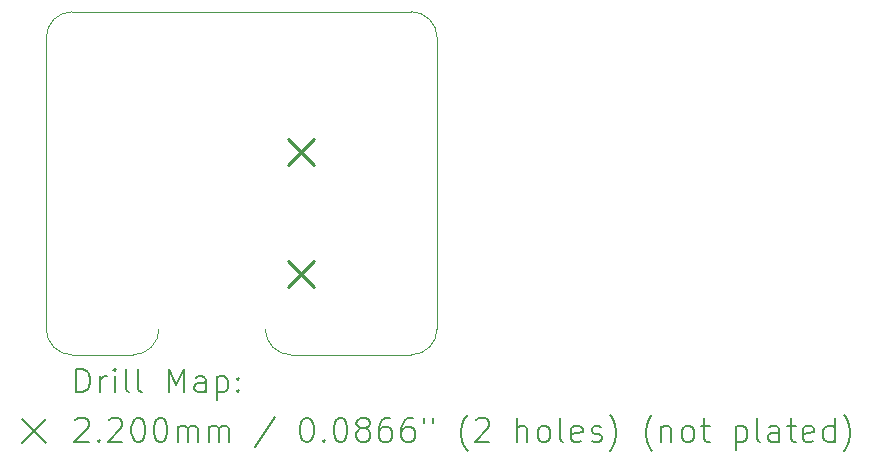
<source format=gbr>
%TF.GenerationSoftware,KiCad,Pcbnew,7.0.5*%
%TF.CreationDate,2024-03-22T16:24:40+08:00*%
%TF.ProjectId,wheel,77686565-6c2e-46b6-9963-61645f706362,rev?*%
%TF.SameCoordinates,Original*%
%TF.FileFunction,Drillmap*%
%TF.FilePolarity,Positive*%
%FSLAX45Y45*%
G04 Gerber Fmt 4.5, Leading zero omitted, Abs format (unit mm)*
G04 Created by KiCad (PCBNEW 7.0.5) date 2024-03-22 16:24:40*
%MOMM*%
%LPD*%
G01*
G04 APERTURE LIST*
%ADD10C,0.100000*%
%ADD11C,0.200000*%
%ADD12C,0.220000*%
G04 APERTURE END LIST*
D10*
X16957000Y-10489500D02*
X17972000Y-10489500D01*
X16737000Y-10269500D02*
G75*
G03*
X16957000Y-10489500I220000J0D01*
G01*
X15617000Y-10489500D02*
G75*
G03*
X15837000Y-10269500I0J220000D01*
G01*
X14882000Y-10269500D02*
G75*
G03*
X15102000Y-10489500I220000J0D01*
G01*
X17972000Y-10489500D02*
G75*
G03*
X18192000Y-10269500I0J220000D01*
G01*
X15102000Y-7584500D02*
X17972000Y-7584500D01*
X14882000Y-7804500D02*
X14882000Y-10269500D01*
X15102000Y-7584500D02*
G75*
G03*
X14882000Y-7804500I0J-220000D01*
G01*
X18192000Y-7804500D02*
X18192000Y-10269500D01*
X15102000Y-10489500D02*
X15617000Y-10489500D01*
X18192000Y-7804500D02*
G75*
G03*
X17972000Y-7584500I-220000J0D01*
G01*
D11*
D12*
X16929500Y-8662000D02*
X17149500Y-8882000D01*
X17149500Y-8662000D02*
X16929500Y-8882000D01*
X16929500Y-9697000D02*
X17149500Y-9917000D01*
X17149500Y-9697000D02*
X16929500Y-9917000D01*
D11*
X15137777Y-10805984D02*
X15137777Y-10605984D01*
X15137777Y-10605984D02*
X15185396Y-10605984D01*
X15185396Y-10605984D02*
X15213967Y-10615508D01*
X15213967Y-10615508D02*
X15233015Y-10634555D01*
X15233015Y-10634555D02*
X15242539Y-10653603D01*
X15242539Y-10653603D02*
X15252062Y-10691698D01*
X15252062Y-10691698D02*
X15252062Y-10720270D01*
X15252062Y-10720270D02*
X15242539Y-10758365D01*
X15242539Y-10758365D02*
X15233015Y-10777412D01*
X15233015Y-10777412D02*
X15213967Y-10796460D01*
X15213967Y-10796460D02*
X15185396Y-10805984D01*
X15185396Y-10805984D02*
X15137777Y-10805984D01*
X15337777Y-10805984D02*
X15337777Y-10672650D01*
X15337777Y-10710746D02*
X15347301Y-10691698D01*
X15347301Y-10691698D02*
X15356824Y-10682174D01*
X15356824Y-10682174D02*
X15375872Y-10672650D01*
X15375872Y-10672650D02*
X15394920Y-10672650D01*
X15461586Y-10805984D02*
X15461586Y-10672650D01*
X15461586Y-10605984D02*
X15452062Y-10615508D01*
X15452062Y-10615508D02*
X15461586Y-10625031D01*
X15461586Y-10625031D02*
X15471110Y-10615508D01*
X15471110Y-10615508D02*
X15461586Y-10605984D01*
X15461586Y-10605984D02*
X15461586Y-10625031D01*
X15585396Y-10805984D02*
X15566348Y-10796460D01*
X15566348Y-10796460D02*
X15556824Y-10777412D01*
X15556824Y-10777412D02*
X15556824Y-10605984D01*
X15690158Y-10805984D02*
X15671110Y-10796460D01*
X15671110Y-10796460D02*
X15661586Y-10777412D01*
X15661586Y-10777412D02*
X15661586Y-10605984D01*
X15918729Y-10805984D02*
X15918729Y-10605984D01*
X15918729Y-10605984D02*
X15985396Y-10748841D01*
X15985396Y-10748841D02*
X16052062Y-10605984D01*
X16052062Y-10605984D02*
X16052062Y-10805984D01*
X16233015Y-10805984D02*
X16233015Y-10701222D01*
X16233015Y-10701222D02*
X16223491Y-10682174D01*
X16223491Y-10682174D02*
X16204443Y-10672650D01*
X16204443Y-10672650D02*
X16166348Y-10672650D01*
X16166348Y-10672650D02*
X16147301Y-10682174D01*
X16233015Y-10796460D02*
X16213967Y-10805984D01*
X16213967Y-10805984D02*
X16166348Y-10805984D01*
X16166348Y-10805984D02*
X16147301Y-10796460D01*
X16147301Y-10796460D02*
X16137777Y-10777412D01*
X16137777Y-10777412D02*
X16137777Y-10758365D01*
X16137777Y-10758365D02*
X16147301Y-10739317D01*
X16147301Y-10739317D02*
X16166348Y-10729793D01*
X16166348Y-10729793D02*
X16213967Y-10729793D01*
X16213967Y-10729793D02*
X16233015Y-10720270D01*
X16328253Y-10672650D02*
X16328253Y-10872650D01*
X16328253Y-10682174D02*
X16347301Y-10672650D01*
X16347301Y-10672650D02*
X16385396Y-10672650D01*
X16385396Y-10672650D02*
X16404443Y-10682174D01*
X16404443Y-10682174D02*
X16413967Y-10691698D01*
X16413967Y-10691698D02*
X16423491Y-10710746D01*
X16423491Y-10710746D02*
X16423491Y-10767889D01*
X16423491Y-10767889D02*
X16413967Y-10786936D01*
X16413967Y-10786936D02*
X16404443Y-10796460D01*
X16404443Y-10796460D02*
X16385396Y-10805984D01*
X16385396Y-10805984D02*
X16347301Y-10805984D01*
X16347301Y-10805984D02*
X16328253Y-10796460D01*
X16509205Y-10786936D02*
X16518729Y-10796460D01*
X16518729Y-10796460D02*
X16509205Y-10805984D01*
X16509205Y-10805984D02*
X16499682Y-10796460D01*
X16499682Y-10796460D02*
X16509205Y-10786936D01*
X16509205Y-10786936D02*
X16509205Y-10805984D01*
X16509205Y-10682174D02*
X16518729Y-10691698D01*
X16518729Y-10691698D02*
X16509205Y-10701222D01*
X16509205Y-10701222D02*
X16499682Y-10691698D01*
X16499682Y-10691698D02*
X16509205Y-10682174D01*
X16509205Y-10682174D02*
X16509205Y-10701222D01*
X14677000Y-11034500D02*
X14877000Y-11234500D01*
X14877000Y-11034500D02*
X14677000Y-11234500D01*
X15128253Y-11045031D02*
X15137777Y-11035508D01*
X15137777Y-11035508D02*
X15156824Y-11025984D01*
X15156824Y-11025984D02*
X15204443Y-11025984D01*
X15204443Y-11025984D02*
X15223491Y-11035508D01*
X15223491Y-11035508D02*
X15233015Y-11045031D01*
X15233015Y-11045031D02*
X15242539Y-11064079D01*
X15242539Y-11064079D02*
X15242539Y-11083127D01*
X15242539Y-11083127D02*
X15233015Y-11111698D01*
X15233015Y-11111698D02*
X15118729Y-11225984D01*
X15118729Y-11225984D02*
X15242539Y-11225984D01*
X15328253Y-11206936D02*
X15337777Y-11216460D01*
X15337777Y-11216460D02*
X15328253Y-11225984D01*
X15328253Y-11225984D02*
X15318729Y-11216460D01*
X15318729Y-11216460D02*
X15328253Y-11206936D01*
X15328253Y-11206936D02*
X15328253Y-11225984D01*
X15413967Y-11045031D02*
X15423491Y-11035508D01*
X15423491Y-11035508D02*
X15442539Y-11025984D01*
X15442539Y-11025984D02*
X15490158Y-11025984D01*
X15490158Y-11025984D02*
X15509205Y-11035508D01*
X15509205Y-11035508D02*
X15518729Y-11045031D01*
X15518729Y-11045031D02*
X15528253Y-11064079D01*
X15528253Y-11064079D02*
X15528253Y-11083127D01*
X15528253Y-11083127D02*
X15518729Y-11111698D01*
X15518729Y-11111698D02*
X15404443Y-11225984D01*
X15404443Y-11225984D02*
X15528253Y-11225984D01*
X15652062Y-11025984D02*
X15671110Y-11025984D01*
X15671110Y-11025984D02*
X15690158Y-11035508D01*
X15690158Y-11035508D02*
X15699682Y-11045031D01*
X15699682Y-11045031D02*
X15709205Y-11064079D01*
X15709205Y-11064079D02*
X15718729Y-11102174D01*
X15718729Y-11102174D02*
X15718729Y-11149793D01*
X15718729Y-11149793D02*
X15709205Y-11187888D01*
X15709205Y-11187888D02*
X15699682Y-11206936D01*
X15699682Y-11206936D02*
X15690158Y-11216460D01*
X15690158Y-11216460D02*
X15671110Y-11225984D01*
X15671110Y-11225984D02*
X15652062Y-11225984D01*
X15652062Y-11225984D02*
X15633015Y-11216460D01*
X15633015Y-11216460D02*
X15623491Y-11206936D01*
X15623491Y-11206936D02*
X15613967Y-11187888D01*
X15613967Y-11187888D02*
X15604443Y-11149793D01*
X15604443Y-11149793D02*
X15604443Y-11102174D01*
X15604443Y-11102174D02*
X15613967Y-11064079D01*
X15613967Y-11064079D02*
X15623491Y-11045031D01*
X15623491Y-11045031D02*
X15633015Y-11035508D01*
X15633015Y-11035508D02*
X15652062Y-11025984D01*
X15842539Y-11025984D02*
X15861586Y-11025984D01*
X15861586Y-11025984D02*
X15880634Y-11035508D01*
X15880634Y-11035508D02*
X15890158Y-11045031D01*
X15890158Y-11045031D02*
X15899682Y-11064079D01*
X15899682Y-11064079D02*
X15909205Y-11102174D01*
X15909205Y-11102174D02*
X15909205Y-11149793D01*
X15909205Y-11149793D02*
X15899682Y-11187888D01*
X15899682Y-11187888D02*
X15890158Y-11206936D01*
X15890158Y-11206936D02*
X15880634Y-11216460D01*
X15880634Y-11216460D02*
X15861586Y-11225984D01*
X15861586Y-11225984D02*
X15842539Y-11225984D01*
X15842539Y-11225984D02*
X15823491Y-11216460D01*
X15823491Y-11216460D02*
X15813967Y-11206936D01*
X15813967Y-11206936D02*
X15804443Y-11187888D01*
X15804443Y-11187888D02*
X15794920Y-11149793D01*
X15794920Y-11149793D02*
X15794920Y-11102174D01*
X15794920Y-11102174D02*
X15804443Y-11064079D01*
X15804443Y-11064079D02*
X15813967Y-11045031D01*
X15813967Y-11045031D02*
X15823491Y-11035508D01*
X15823491Y-11035508D02*
X15842539Y-11025984D01*
X15994920Y-11225984D02*
X15994920Y-11092650D01*
X15994920Y-11111698D02*
X16004443Y-11102174D01*
X16004443Y-11102174D02*
X16023491Y-11092650D01*
X16023491Y-11092650D02*
X16052063Y-11092650D01*
X16052063Y-11092650D02*
X16071110Y-11102174D01*
X16071110Y-11102174D02*
X16080634Y-11121222D01*
X16080634Y-11121222D02*
X16080634Y-11225984D01*
X16080634Y-11121222D02*
X16090158Y-11102174D01*
X16090158Y-11102174D02*
X16109205Y-11092650D01*
X16109205Y-11092650D02*
X16137777Y-11092650D01*
X16137777Y-11092650D02*
X16156824Y-11102174D01*
X16156824Y-11102174D02*
X16166348Y-11121222D01*
X16166348Y-11121222D02*
X16166348Y-11225984D01*
X16261586Y-11225984D02*
X16261586Y-11092650D01*
X16261586Y-11111698D02*
X16271110Y-11102174D01*
X16271110Y-11102174D02*
X16290158Y-11092650D01*
X16290158Y-11092650D02*
X16318729Y-11092650D01*
X16318729Y-11092650D02*
X16337777Y-11102174D01*
X16337777Y-11102174D02*
X16347301Y-11121222D01*
X16347301Y-11121222D02*
X16347301Y-11225984D01*
X16347301Y-11121222D02*
X16356824Y-11102174D01*
X16356824Y-11102174D02*
X16375872Y-11092650D01*
X16375872Y-11092650D02*
X16404443Y-11092650D01*
X16404443Y-11092650D02*
X16423491Y-11102174D01*
X16423491Y-11102174D02*
X16433015Y-11121222D01*
X16433015Y-11121222D02*
X16433015Y-11225984D01*
X16823491Y-11016460D02*
X16652063Y-11273603D01*
X17080634Y-11025984D02*
X17099682Y-11025984D01*
X17099682Y-11025984D02*
X17118729Y-11035508D01*
X17118729Y-11035508D02*
X17128253Y-11045031D01*
X17128253Y-11045031D02*
X17137777Y-11064079D01*
X17137777Y-11064079D02*
X17147301Y-11102174D01*
X17147301Y-11102174D02*
X17147301Y-11149793D01*
X17147301Y-11149793D02*
X17137777Y-11187888D01*
X17137777Y-11187888D02*
X17128253Y-11206936D01*
X17128253Y-11206936D02*
X17118729Y-11216460D01*
X17118729Y-11216460D02*
X17099682Y-11225984D01*
X17099682Y-11225984D02*
X17080634Y-11225984D01*
X17080634Y-11225984D02*
X17061587Y-11216460D01*
X17061587Y-11216460D02*
X17052063Y-11206936D01*
X17052063Y-11206936D02*
X17042539Y-11187888D01*
X17042539Y-11187888D02*
X17033015Y-11149793D01*
X17033015Y-11149793D02*
X17033015Y-11102174D01*
X17033015Y-11102174D02*
X17042539Y-11064079D01*
X17042539Y-11064079D02*
X17052063Y-11045031D01*
X17052063Y-11045031D02*
X17061587Y-11035508D01*
X17061587Y-11035508D02*
X17080634Y-11025984D01*
X17233015Y-11206936D02*
X17242539Y-11216460D01*
X17242539Y-11216460D02*
X17233015Y-11225984D01*
X17233015Y-11225984D02*
X17223491Y-11216460D01*
X17223491Y-11216460D02*
X17233015Y-11206936D01*
X17233015Y-11206936D02*
X17233015Y-11225984D01*
X17366348Y-11025984D02*
X17385396Y-11025984D01*
X17385396Y-11025984D02*
X17404444Y-11035508D01*
X17404444Y-11035508D02*
X17413968Y-11045031D01*
X17413968Y-11045031D02*
X17423491Y-11064079D01*
X17423491Y-11064079D02*
X17433015Y-11102174D01*
X17433015Y-11102174D02*
X17433015Y-11149793D01*
X17433015Y-11149793D02*
X17423491Y-11187888D01*
X17423491Y-11187888D02*
X17413968Y-11206936D01*
X17413968Y-11206936D02*
X17404444Y-11216460D01*
X17404444Y-11216460D02*
X17385396Y-11225984D01*
X17385396Y-11225984D02*
X17366348Y-11225984D01*
X17366348Y-11225984D02*
X17347301Y-11216460D01*
X17347301Y-11216460D02*
X17337777Y-11206936D01*
X17337777Y-11206936D02*
X17328253Y-11187888D01*
X17328253Y-11187888D02*
X17318729Y-11149793D01*
X17318729Y-11149793D02*
X17318729Y-11102174D01*
X17318729Y-11102174D02*
X17328253Y-11064079D01*
X17328253Y-11064079D02*
X17337777Y-11045031D01*
X17337777Y-11045031D02*
X17347301Y-11035508D01*
X17347301Y-11035508D02*
X17366348Y-11025984D01*
X17547301Y-11111698D02*
X17528253Y-11102174D01*
X17528253Y-11102174D02*
X17518729Y-11092650D01*
X17518729Y-11092650D02*
X17509206Y-11073603D01*
X17509206Y-11073603D02*
X17509206Y-11064079D01*
X17509206Y-11064079D02*
X17518729Y-11045031D01*
X17518729Y-11045031D02*
X17528253Y-11035508D01*
X17528253Y-11035508D02*
X17547301Y-11025984D01*
X17547301Y-11025984D02*
X17585396Y-11025984D01*
X17585396Y-11025984D02*
X17604444Y-11035508D01*
X17604444Y-11035508D02*
X17613968Y-11045031D01*
X17613968Y-11045031D02*
X17623491Y-11064079D01*
X17623491Y-11064079D02*
X17623491Y-11073603D01*
X17623491Y-11073603D02*
X17613968Y-11092650D01*
X17613968Y-11092650D02*
X17604444Y-11102174D01*
X17604444Y-11102174D02*
X17585396Y-11111698D01*
X17585396Y-11111698D02*
X17547301Y-11111698D01*
X17547301Y-11111698D02*
X17528253Y-11121222D01*
X17528253Y-11121222D02*
X17518729Y-11130746D01*
X17518729Y-11130746D02*
X17509206Y-11149793D01*
X17509206Y-11149793D02*
X17509206Y-11187888D01*
X17509206Y-11187888D02*
X17518729Y-11206936D01*
X17518729Y-11206936D02*
X17528253Y-11216460D01*
X17528253Y-11216460D02*
X17547301Y-11225984D01*
X17547301Y-11225984D02*
X17585396Y-11225984D01*
X17585396Y-11225984D02*
X17604444Y-11216460D01*
X17604444Y-11216460D02*
X17613968Y-11206936D01*
X17613968Y-11206936D02*
X17623491Y-11187888D01*
X17623491Y-11187888D02*
X17623491Y-11149793D01*
X17623491Y-11149793D02*
X17613968Y-11130746D01*
X17613968Y-11130746D02*
X17604444Y-11121222D01*
X17604444Y-11121222D02*
X17585396Y-11111698D01*
X17794920Y-11025984D02*
X17756825Y-11025984D01*
X17756825Y-11025984D02*
X17737777Y-11035508D01*
X17737777Y-11035508D02*
X17728253Y-11045031D01*
X17728253Y-11045031D02*
X17709206Y-11073603D01*
X17709206Y-11073603D02*
X17699682Y-11111698D01*
X17699682Y-11111698D02*
X17699682Y-11187888D01*
X17699682Y-11187888D02*
X17709206Y-11206936D01*
X17709206Y-11206936D02*
X17718729Y-11216460D01*
X17718729Y-11216460D02*
X17737777Y-11225984D01*
X17737777Y-11225984D02*
X17775872Y-11225984D01*
X17775872Y-11225984D02*
X17794920Y-11216460D01*
X17794920Y-11216460D02*
X17804444Y-11206936D01*
X17804444Y-11206936D02*
X17813968Y-11187888D01*
X17813968Y-11187888D02*
X17813968Y-11140270D01*
X17813968Y-11140270D02*
X17804444Y-11121222D01*
X17804444Y-11121222D02*
X17794920Y-11111698D01*
X17794920Y-11111698D02*
X17775872Y-11102174D01*
X17775872Y-11102174D02*
X17737777Y-11102174D01*
X17737777Y-11102174D02*
X17718729Y-11111698D01*
X17718729Y-11111698D02*
X17709206Y-11121222D01*
X17709206Y-11121222D02*
X17699682Y-11140270D01*
X17985396Y-11025984D02*
X17947301Y-11025984D01*
X17947301Y-11025984D02*
X17928253Y-11035508D01*
X17928253Y-11035508D02*
X17918729Y-11045031D01*
X17918729Y-11045031D02*
X17899682Y-11073603D01*
X17899682Y-11073603D02*
X17890158Y-11111698D01*
X17890158Y-11111698D02*
X17890158Y-11187888D01*
X17890158Y-11187888D02*
X17899682Y-11206936D01*
X17899682Y-11206936D02*
X17909206Y-11216460D01*
X17909206Y-11216460D02*
X17928253Y-11225984D01*
X17928253Y-11225984D02*
X17966349Y-11225984D01*
X17966349Y-11225984D02*
X17985396Y-11216460D01*
X17985396Y-11216460D02*
X17994920Y-11206936D01*
X17994920Y-11206936D02*
X18004444Y-11187888D01*
X18004444Y-11187888D02*
X18004444Y-11140270D01*
X18004444Y-11140270D02*
X17994920Y-11121222D01*
X17994920Y-11121222D02*
X17985396Y-11111698D01*
X17985396Y-11111698D02*
X17966349Y-11102174D01*
X17966349Y-11102174D02*
X17928253Y-11102174D01*
X17928253Y-11102174D02*
X17909206Y-11111698D01*
X17909206Y-11111698D02*
X17899682Y-11121222D01*
X17899682Y-11121222D02*
X17890158Y-11140270D01*
X18080634Y-11025984D02*
X18080634Y-11064079D01*
X18156825Y-11025984D02*
X18156825Y-11064079D01*
X18452063Y-11302174D02*
X18442539Y-11292650D01*
X18442539Y-11292650D02*
X18423491Y-11264079D01*
X18423491Y-11264079D02*
X18413968Y-11245031D01*
X18413968Y-11245031D02*
X18404444Y-11216460D01*
X18404444Y-11216460D02*
X18394920Y-11168841D01*
X18394920Y-11168841D02*
X18394920Y-11130746D01*
X18394920Y-11130746D02*
X18404444Y-11083127D01*
X18404444Y-11083127D02*
X18413968Y-11054555D01*
X18413968Y-11054555D02*
X18423491Y-11035508D01*
X18423491Y-11035508D02*
X18442539Y-11006936D01*
X18442539Y-11006936D02*
X18452063Y-10997412D01*
X18518730Y-11045031D02*
X18528253Y-11035508D01*
X18528253Y-11035508D02*
X18547301Y-11025984D01*
X18547301Y-11025984D02*
X18594920Y-11025984D01*
X18594920Y-11025984D02*
X18613968Y-11035508D01*
X18613968Y-11035508D02*
X18623491Y-11045031D01*
X18623491Y-11045031D02*
X18633015Y-11064079D01*
X18633015Y-11064079D02*
X18633015Y-11083127D01*
X18633015Y-11083127D02*
X18623491Y-11111698D01*
X18623491Y-11111698D02*
X18509206Y-11225984D01*
X18509206Y-11225984D02*
X18633015Y-11225984D01*
X18871111Y-11225984D02*
X18871111Y-11025984D01*
X18956825Y-11225984D02*
X18956825Y-11121222D01*
X18956825Y-11121222D02*
X18947301Y-11102174D01*
X18947301Y-11102174D02*
X18928253Y-11092650D01*
X18928253Y-11092650D02*
X18899682Y-11092650D01*
X18899682Y-11092650D02*
X18880634Y-11102174D01*
X18880634Y-11102174D02*
X18871111Y-11111698D01*
X19080634Y-11225984D02*
X19061587Y-11216460D01*
X19061587Y-11216460D02*
X19052063Y-11206936D01*
X19052063Y-11206936D02*
X19042539Y-11187888D01*
X19042539Y-11187888D02*
X19042539Y-11130746D01*
X19042539Y-11130746D02*
X19052063Y-11111698D01*
X19052063Y-11111698D02*
X19061587Y-11102174D01*
X19061587Y-11102174D02*
X19080634Y-11092650D01*
X19080634Y-11092650D02*
X19109206Y-11092650D01*
X19109206Y-11092650D02*
X19128253Y-11102174D01*
X19128253Y-11102174D02*
X19137777Y-11111698D01*
X19137777Y-11111698D02*
X19147301Y-11130746D01*
X19147301Y-11130746D02*
X19147301Y-11187888D01*
X19147301Y-11187888D02*
X19137777Y-11206936D01*
X19137777Y-11206936D02*
X19128253Y-11216460D01*
X19128253Y-11216460D02*
X19109206Y-11225984D01*
X19109206Y-11225984D02*
X19080634Y-11225984D01*
X19261587Y-11225984D02*
X19242539Y-11216460D01*
X19242539Y-11216460D02*
X19233015Y-11197412D01*
X19233015Y-11197412D02*
X19233015Y-11025984D01*
X19413968Y-11216460D02*
X19394920Y-11225984D01*
X19394920Y-11225984D02*
X19356825Y-11225984D01*
X19356825Y-11225984D02*
X19337777Y-11216460D01*
X19337777Y-11216460D02*
X19328253Y-11197412D01*
X19328253Y-11197412D02*
X19328253Y-11121222D01*
X19328253Y-11121222D02*
X19337777Y-11102174D01*
X19337777Y-11102174D02*
X19356825Y-11092650D01*
X19356825Y-11092650D02*
X19394920Y-11092650D01*
X19394920Y-11092650D02*
X19413968Y-11102174D01*
X19413968Y-11102174D02*
X19423492Y-11121222D01*
X19423492Y-11121222D02*
X19423492Y-11140270D01*
X19423492Y-11140270D02*
X19328253Y-11159317D01*
X19499682Y-11216460D02*
X19518730Y-11225984D01*
X19518730Y-11225984D02*
X19556825Y-11225984D01*
X19556825Y-11225984D02*
X19575873Y-11216460D01*
X19575873Y-11216460D02*
X19585396Y-11197412D01*
X19585396Y-11197412D02*
X19585396Y-11187888D01*
X19585396Y-11187888D02*
X19575873Y-11168841D01*
X19575873Y-11168841D02*
X19556825Y-11159317D01*
X19556825Y-11159317D02*
X19528253Y-11159317D01*
X19528253Y-11159317D02*
X19509206Y-11149793D01*
X19509206Y-11149793D02*
X19499682Y-11130746D01*
X19499682Y-11130746D02*
X19499682Y-11121222D01*
X19499682Y-11121222D02*
X19509206Y-11102174D01*
X19509206Y-11102174D02*
X19528253Y-11092650D01*
X19528253Y-11092650D02*
X19556825Y-11092650D01*
X19556825Y-11092650D02*
X19575873Y-11102174D01*
X19652063Y-11302174D02*
X19661587Y-11292650D01*
X19661587Y-11292650D02*
X19680634Y-11264079D01*
X19680634Y-11264079D02*
X19690158Y-11245031D01*
X19690158Y-11245031D02*
X19699682Y-11216460D01*
X19699682Y-11216460D02*
X19709206Y-11168841D01*
X19709206Y-11168841D02*
X19709206Y-11130746D01*
X19709206Y-11130746D02*
X19699682Y-11083127D01*
X19699682Y-11083127D02*
X19690158Y-11054555D01*
X19690158Y-11054555D02*
X19680634Y-11035508D01*
X19680634Y-11035508D02*
X19661587Y-11006936D01*
X19661587Y-11006936D02*
X19652063Y-10997412D01*
X20013968Y-11302174D02*
X20004444Y-11292650D01*
X20004444Y-11292650D02*
X19985396Y-11264079D01*
X19985396Y-11264079D02*
X19975873Y-11245031D01*
X19975873Y-11245031D02*
X19966349Y-11216460D01*
X19966349Y-11216460D02*
X19956825Y-11168841D01*
X19956825Y-11168841D02*
X19956825Y-11130746D01*
X19956825Y-11130746D02*
X19966349Y-11083127D01*
X19966349Y-11083127D02*
X19975873Y-11054555D01*
X19975873Y-11054555D02*
X19985396Y-11035508D01*
X19985396Y-11035508D02*
X20004444Y-11006936D01*
X20004444Y-11006936D02*
X20013968Y-10997412D01*
X20090158Y-11092650D02*
X20090158Y-11225984D01*
X20090158Y-11111698D02*
X20099682Y-11102174D01*
X20099682Y-11102174D02*
X20118730Y-11092650D01*
X20118730Y-11092650D02*
X20147301Y-11092650D01*
X20147301Y-11092650D02*
X20166349Y-11102174D01*
X20166349Y-11102174D02*
X20175873Y-11121222D01*
X20175873Y-11121222D02*
X20175873Y-11225984D01*
X20299682Y-11225984D02*
X20280634Y-11216460D01*
X20280634Y-11216460D02*
X20271111Y-11206936D01*
X20271111Y-11206936D02*
X20261587Y-11187888D01*
X20261587Y-11187888D02*
X20261587Y-11130746D01*
X20261587Y-11130746D02*
X20271111Y-11111698D01*
X20271111Y-11111698D02*
X20280634Y-11102174D01*
X20280634Y-11102174D02*
X20299682Y-11092650D01*
X20299682Y-11092650D02*
X20328254Y-11092650D01*
X20328254Y-11092650D02*
X20347301Y-11102174D01*
X20347301Y-11102174D02*
X20356825Y-11111698D01*
X20356825Y-11111698D02*
X20366349Y-11130746D01*
X20366349Y-11130746D02*
X20366349Y-11187888D01*
X20366349Y-11187888D02*
X20356825Y-11206936D01*
X20356825Y-11206936D02*
X20347301Y-11216460D01*
X20347301Y-11216460D02*
X20328254Y-11225984D01*
X20328254Y-11225984D02*
X20299682Y-11225984D01*
X20423492Y-11092650D02*
X20499682Y-11092650D01*
X20452063Y-11025984D02*
X20452063Y-11197412D01*
X20452063Y-11197412D02*
X20461587Y-11216460D01*
X20461587Y-11216460D02*
X20480634Y-11225984D01*
X20480634Y-11225984D02*
X20499682Y-11225984D01*
X20718730Y-11092650D02*
X20718730Y-11292650D01*
X20718730Y-11102174D02*
X20737777Y-11092650D01*
X20737777Y-11092650D02*
X20775873Y-11092650D01*
X20775873Y-11092650D02*
X20794920Y-11102174D01*
X20794920Y-11102174D02*
X20804444Y-11111698D01*
X20804444Y-11111698D02*
X20813968Y-11130746D01*
X20813968Y-11130746D02*
X20813968Y-11187888D01*
X20813968Y-11187888D02*
X20804444Y-11206936D01*
X20804444Y-11206936D02*
X20794920Y-11216460D01*
X20794920Y-11216460D02*
X20775873Y-11225984D01*
X20775873Y-11225984D02*
X20737777Y-11225984D01*
X20737777Y-11225984D02*
X20718730Y-11216460D01*
X20928254Y-11225984D02*
X20909206Y-11216460D01*
X20909206Y-11216460D02*
X20899682Y-11197412D01*
X20899682Y-11197412D02*
X20899682Y-11025984D01*
X21090158Y-11225984D02*
X21090158Y-11121222D01*
X21090158Y-11121222D02*
X21080635Y-11102174D01*
X21080635Y-11102174D02*
X21061587Y-11092650D01*
X21061587Y-11092650D02*
X21023492Y-11092650D01*
X21023492Y-11092650D02*
X21004444Y-11102174D01*
X21090158Y-11216460D02*
X21071111Y-11225984D01*
X21071111Y-11225984D02*
X21023492Y-11225984D01*
X21023492Y-11225984D02*
X21004444Y-11216460D01*
X21004444Y-11216460D02*
X20994920Y-11197412D01*
X20994920Y-11197412D02*
X20994920Y-11178365D01*
X20994920Y-11178365D02*
X21004444Y-11159317D01*
X21004444Y-11159317D02*
X21023492Y-11149793D01*
X21023492Y-11149793D02*
X21071111Y-11149793D01*
X21071111Y-11149793D02*
X21090158Y-11140270D01*
X21156825Y-11092650D02*
X21233015Y-11092650D01*
X21185396Y-11025984D02*
X21185396Y-11197412D01*
X21185396Y-11197412D02*
X21194920Y-11216460D01*
X21194920Y-11216460D02*
X21213968Y-11225984D01*
X21213968Y-11225984D02*
X21233015Y-11225984D01*
X21375873Y-11216460D02*
X21356825Y-11225984D01*
X21356825Y-11225984D02*
X21318730Y-11225984D01*
X21318730Y-11225984D02*
X21299682Y-11216460D01*
X21299682Y-11216460D02*
X21290158Y-11197412D01*
X21290158Y-11197412D02*
X21290158Y-11121222D01*
X21290158Y-11121222D02*
X21299682Y-11102174D01*
X21299682Y-11102174D02*
X21318730Y-11092650D01*
X21318730Y-11092650D02*
X21356825Y-11092650D01*
X21356825Y-11092650D02*
X21375873Y-11102174D01*
X21375873Y-11102174D02*
X21385396Y-11121222D01*
X21385396Y-11121222D02*
X21385396Y-11140270D01*
X21385396Y-11140270D02*
X21290158Y-11159317D01*
X21556825Y-11225984D02*
X21556825Y-11025984D01*
X21556825Y-11216460D02*
X21537777Y-11225984D01*
X21537777Y-11225984D02*
X21499682Y-11225984D01*
X21499682Y-11225984D02*
X21480635Y-11216460D01*
X21480635Y-11216460D02*
X21471111Y-11206936D01*
X21471111Y-11206936D02*
X21461587Y-11187888D01*
X21461587Y-11187888D02*
X21461587Y-11130746D01*
X21461587Y-11130746D02*
X21471111Y-11111698D01*
X21471111Y-11111698D02*
X21480635Y-11102174D01*
X21480635Y-11102174D02*
X21499682Y-11092650D01*
X21499682Y-11092650D02*
X21537777Y-11092650D01*
X21537777Y-11092650D02*
X21556825Y-11102174D01*
X21633016Y-11302174D02*
X21642539Y-11292650D01*
X21642539Y-11292650D02*
X21661587Y-11264079D01*
X21661587Y-11264079D02*
X21671111Y-11245031D01*
X21671111Y-11245031D02*
X21680635Y-11216460D01*
X21680635Y-11216460D02*
X21690158Y-11168841D01*
X21690158Y-11168841D02*
X21690158Y-11130746D01*
X21690158Y-11130746D02*
X21680635Y-11083127D01*
X21680635Y-11083127D02*
X21671111Y-11054555D01*
X21671111Y-11054555D02*
X21661587Y-11035508D01*
X21661587Y-11035508D02*
X21642539Y-11006936D01*
X21642539Y-11006936D02*
X21633016Y-10997412D01*
M02*

</source>
